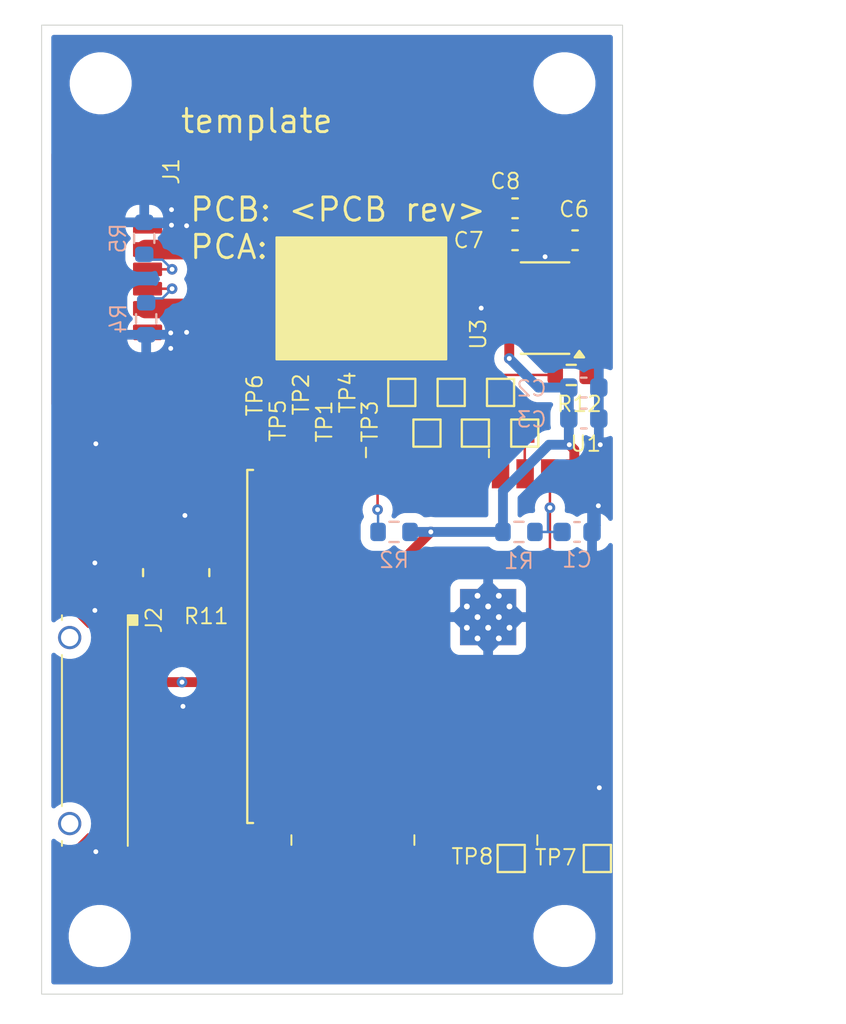
<source format=kicad_pcb>
(kicad_pcb (version 20240108) (generator "pcbnew") (generator_version "8.0")
  (title_block (title "ESP32-C6-DevKitC-1 Servo Hat"))
  (layers (0 "F.Cu" signal) (31 "B.Cu" signal) (34 "B.Paste" user) (35 "F.Paste" user) (36 "B.SilkS" user "B.Silkscreen") (37 "F.SilkS" user "F.Silkscreen") (38 "B.Mask" user) (39 "F.Mask" user) (44 "Edge.Cuts" user))
  (net 0 "")
  (net 1 "Net-(J2-Pin_1)")
  (net 2 "GND")
  (net 3 "Net-(J1-CC1)")
  (net 4 "/J1-Shield")
  (net 6 "/LP_GPIO6")
  (net 7 "/LP_GPIO7")
  (net 8 "Net-(J1-CC2)")
  (net 9 "+5v0")
  (net 10 "+3v3")
  (net 11 "/RXD")
  (net 12 "/ESP_EN")
  (net 13 "/GPIO9")
  (net 14 "/TXD")
  (net 15 "/GPIO21")
  (net 16 "/GPIO12")
  (net 17 "/GPIO15")
  (net 18 "/LP_GPIO0")
  (net 19 "/GPIO10")
  (net 20 "/GPIO11")
  (net 21 "/GPIO20")
  (net 22 "/GPIO22")
  (net 23 "/LP_GPIO1")
  (net 24 "/GPIO23")
  (net 25 "/GPIO18")
  (net 26 "/LP_GPIO5")
  (net 27 "/GPIO13")
  (net 28 "/LP_GPIO2")
  (net 29 "/GPIO8")
  (net 30 "/GPIO19")
  (net 31 "/LP_GPIO3")
  (net 32 "Net-(U3-SSC)")
  (net 33 "Net-(U3-EN)")
  (net 34 "/LP_GPIO4")
  (footprint "HVAC:UJC-HP-G-5-SMT-TR" (layer "F.Cu") (at 25.08 33.1 -90)
    (property "Reference" "J1" (at -5.55 -1.62 90) (layer "F.SilkS") (effects (font (size 0.8 0.8) (thickness 0.1))))
    (property "Value" "USB_C_Receptacle_PowerOnly_24P")
    (pad "A1" smd roundrect (at -2.75 -0.39 270) (size 0.8 1.5) (layers "F.Cu" "F.Paste" "F.Mask") (roundrect_rratio 0.1) (net 2 "GND"))
    (pad "A4" smd roundrect (at -1.52 -0.39 270) (size 0.76 1.5) (layers "F.Cu" "F.Paste" "F.Mask") (roundrect_rratio 0.1) (net 9 "+5v0"))
    (pad "A5" smd roundrect (at -0.5 -0.39 270) (size 0.7 1.5) (layers "F.Cu" "F.Paste" "F.Mask") (roundrect_rratio 0.1) (net 3 "Net-(J1-CC1)"))
    (pad "A9" smd roundrect (at 1.52 -0.39 270) (size 0.76 1.5) (layers "F.Cu" "F.Paste" "F.Mask") (roundrect_rratio 0.1) (net 9 "+5v0"))
    (pad "A12" smd roundrect (at 2.75 -0.39 270) (size 0.8 1.5) (layers "F.Cu" "F.Paste" "F.Mask") (roundrect_rratio 0.1) (net 2 "GND"))
    (pad "B1" smd roundrect (at 2.75 -0.39 270) (size 0.8 1.5) (layers "F.Cu" "F.Paste" "F.Mask") (roundrect_rratio 0.1) (net 2 "GND"))
    (pad "B4" smd roundrect (at 1.52 -0.39 270) (size 0.76 1.5) (layers "F.Cu" "F.Paste" "F.Mask") (roundrect_rratio 0.1) (net 9 "+5v0"))
    (pad "B5" smd roundrect (at 0.5 -0.39 270) (size 0.7 1.5) (layers "F.Cu" "F.Paste" "F.Mask") (roundrect_rratio 0.1) (net 8 "Net-(J1-CC2)"))
    (pad "B9" smd roundrect (at -1.52 -0.39 270) (size 0.76 1.5) (layers "F.Cu" "F.Paste" "F.Mask") (roundrect_rratio 0.1) (net 9 "+5v0"))
    (pad "B12" smd roundrect (at -2.75 -0.39 270) (size 0.8 1.5) (layers "F.Cu" "F.Paste" "F.Mask") (roundrect_rratio 0.1) (net 2 "GND"))
    (pad "S1" smd roundrect (at -5.52 0 270) (size 1.7 1.2) (layers "F.Cu" "F.Paste" "F.Mask") (roundrect_rratio 0.1) (net 4 "/J1-Shield"))
    (pad "S2" smd roundrect (at 5.52 0 270) (size 1.7 1.2) (layers "F.Cu" "F.Paste" "F.Mask") (roundrect_rratio 0.1) (net 4 "/J1-Shield"))
    (pad "S3" smd roundrect (at -5.52 3.6 270) (size 1.7 1.6) (layers "F.Cu" "F.Paste" "F.Mask") (roundrect_rratio 0.1) (net 4 "/J1-Shield"))
    (pad "S4" smd roundrect (at 5.52 3.6 270) (size 1.7 1.6) (layers "F.Cu" "F.Paste" "F.Mask") (roundrect_rratio 0.1) (net 4 "/J1-Shield"))
  )
  (footprint "TestPoint:TestPoint_Pad_1.0x1.0mm" (layer "F.Cu") (at 48.7 63)
    (property "Reference" "TP7" (at -2.15 -0.05 180) (layer "F.SilkS") (effects (font (size 0.8 0.8) (thickness 0.1))))
    (property "Value" "TestPoint")
    (fp_line (start -0.7 -0.7) (end 0.7 -0.7) (stroke (width 0.12)) (layer "F.SilkS"))
    (fp_line (start -0.7 0.7) (end -0.7 -0.7) (stroke (width 0.12)) (layer "F.SilkS"))
    (fp_line (start 0.7 -0.7) (end 0.7 0.7) (stroke (width 0.12)) (layer "F.SilkS"))
    (fp_line (start 0.7 0.7) (end -0.7 0.7) (stroke (width 0.12)) (layer "F.SilkS"))
    (pad "1" smd rect (at 0 0) (size 1 1) (layers "F.Cu" "F.Mask") (net 28 "/LP_GPIO2"))
  )
  (footprint "TestPoint:TestPoint_Pad_1.0x1.0mm" (layer "F.Cu") (at 38.6 38.95)
    (property "Reference" "TP6" (at -7.6 0.15 90) (layer "F.SilkS") (effects (font (size 0.8 0.8) (thickness 0.1))))
    (property "Value" "TestPoint")
    (fp_line (start -0.7 -0.7) (end 0.7 -0.7) (stroke (width 0.12)) (layer "F.SilkS"))
    (fp_line (start -0.7 0.7) (end -0.7 -0.7) (stroke (width 0.12)) (layer "F.SilkS"))
    (fp_line (start 0.7 -0.7) (end 0.7 0.7) (stroke (width 0.12)) (layer "F.SilkS"))
    (fp_line (start 0.7 0.7) (end -0.7 0.7) (stroke (width 0.12)) (layer "F.SilkS"))
    (pad "1" smd rect (at 0 0) (size 1 1) (layers "F.Cu" "F.Mask") (net 23 "/LP_GPIO1"))
  )
  (footprint "HVAC:ESP32-C6-WROOM-1" (layer "F.Cu") (at 43.17 52.05 -90)
    (property "Reference" "U1" (at -10.45 -4.93 0) (layer "F.SilkS") (effects (font (size 0.8 0.8) (thickness 0.1))))
    (property "Value" "ESP32-C6-WROOM-1" (hide yes))
    (fp_line (start -9.1 12.55) (end 9.12 12.55) (stroke (width 0.12)) (layer "F.SilkS"))
    (fp_line (start -9.1 12.25) (end -9.1 12.55) (stroke (width 0.12)) (layer "F.SilkS"))
    (fp_line (start 9.12 12.25) (end 9.12 12.55) (stroke (width 0.12)) (layer "F.SilkS"))
    (pad "1" smd rect (at -8.9 -5.61 270) (size 1.5 0.9) (layers "F.Cu" "F.Paste" "F.Mask") (net 2 "GND"))
    (pad "2" smd rect (at -8.9 -4.34 270) (size 1.5 0.9) (layers "F.Cu" "F.Paste" "F.Mask") (net 10 "+3v3"))
    (pad "3" smd rect (at -8.9 -3.07 270) (size 1.5 0.9) (layers "F.Cu" "F.Paste" "F.Mask") (net 12 "/ESP_EN"))
    (pad "4" smd rect (at -8.9 -1.8 270) (size 1.5 0.9) (layers "F.Cu" "F.Paste" "F.Mask") (net 34 "/LP_GPIO4"))
    (pad "5" smd rect (at -8.9 -0.53 270) (size 1.5 0.9) (layers "F.Cu" "F.Paste" "F.Mask") (net 26 "/LP_GPIO5"))
    (pad "6" smd rect (at -8.9 0.74 270) (size 1.5 0.9) (layers "F.Cu" "F.Paste" "F.Mask") (net 6 "/LP_GPIO6"))
    (pad "7" smd rect (at -8.9 2.01 270) (size 1.5 0.9) (layers "F.Cu" "F.Paste" "F.Mask") (net 7 "/LP_GPIO7"))
    (pad "8" smd rect (at -8.9 3.28 270) (size 1.5 0.9) (layers "F.Cu" "F.Paste" "F.Mask") (net 18 "/LP_GPIO0"))
    (pad "9" smd rect (at -8.9 4.55 270) (size 1.5 0.9) (layers "F.Cu" "F.Paste" "F.Mask") (net 23 "/LP_GPIO1"))
    (pad "10" smd rect (at -8.9 5.82 90) (size 1.5 0.9) (layers "F.Cu" "F.Paste" "F.Mask") (net 29 "/GPIO8"))
    (pad "11" smd rect (at -8.9 7.09 90) (size 1.5 0.9) (layers "F.Cu" "F.Paste" "F.Mask") (net 19 "/GPIO10"))
    (pad "12" smd rect (at -8.9 8.36 90) (size 1.5 0.9) (layers "F.Cu" "F.Paste" "F.Mask") (net 20 "/GPIO11"))
    (pad "13" smd rect (at -8.9 9.63 90) (size 1.5 0.9) (layers "F.Cu" "F.Paste" "F.Mask") (net 16 "/GPIO12"))
    (pad "14" smd rect (at -8.9 10.9 90) (size 1.5 0.9) (layers "F.Cu" "F.Paste" "F.Mask") (net 27 "/GPIO13"))
    (pad "15" smd rect (at 8.9 10.9 90) (size 1.5 0.9) (layers "F.Cu" "F.Paste" "F.Mask") (net 13 "/GPIO9"))
    (pad "16" smd rect (at 8.9 9.63 90) (size 1.5 0.9) (layers "F.Cu" "F.Paste" "F.Mask") (net 25 "/GPIO18"))
    (pad "17" smd rect (at 8.9 8.36 90) (size 1.5 0.9) (layers "F.Cu" "F.Paste" "F.Mask") (net 30 "/GPIO19"))
    (pad "18" smd rect (at 8.9 7.09 90) (size 1.5 0.9) (layers "F.Cu" "F.Paste" "F.Mask") (net 21 "/GPIO20"))
    (pad "19" smd rect (at 8.9 5.82 90) (size 1.5 0.9) (layers "F.Cu" "F.Paste" "F.Mask") (net 15 "/GPIO21"))
    (pad "20" smd rect (at 8.9 4.55 90) (size 1.5 0.9) (layers "F.Cu" "F.Paste" "F.Mask") (net 22 "/GPIO22"))
    (pad "21" smd rect (at 8.9 3.28 90) (size 1.5 0.9) (layers "F.Cu" "F.Paste" "F.Mask") (net 24 "/GPIO23"))
    (pad "22" smd rect (at 8.9 2.01 90) (size 1.5 0.9) (layers "F.Cu" "F.Paste" "F.Mask"))
    (pad "23" smd rect (at 8.9 0.74 90) (size 1.5 0.9) (layers "F.Cu" "F.Paste" "F.Mask") (net 17 "/GPIO15"))
    (pad "24" smd rect (at 8.9 -0.53 270) (size 1.5 0.9) (layers "F.Cu" "F.Paste" "F.Mask") (net 11 "/RXD"))
    (pad "25" smd rect (at 8.9 -1.8 270) (size 1.5 0.9) (layers "F.Cu" "F.Paste" "F.Mask") (net 14 "/TXD"))
    (pad "26" smd rect (at 8.9 -3.07 270) (size 1.5 0.9) (layers "F.Cu" "F.Paste" "F.Mask") (net 31 "/LP_GPIO3"))
    (pad "27" smd rect (at 8.9 -4.34 270) (size 1.5 0.9) (layers "F.Cu" "F.Paste" "F.Mask") (net 28 "/LP_GPIO2"))
    (pad "28" smd rect (at 8.9 -5.61 270) (size 1.5 0.9) (layers "F.Cu" "F.Paste" "F.Mask") (net 2 "GND"))
    (pad "29" thru_hole circle (at -2.605 -0.44 270) (size 0.6 0.6) (drill 0.3) (layers "*.Cu" "*.Mask") (net 2 "GND"))
    (pad "29" thru_hole circle (at -2.605 0.66 270) (size 0.6 0.6) (drill 0.3) (layers "*.Cu" "*.Mask") (net 2 "GND"))
    (pad "29" thru_hole circle (at -2.055 -0.99 270) (size 0.6 0.6) (drill 0.3) (layers "*.Cu" "*.Mask") (net 2 "GND"))
    (pad "29" thru_hole circle (at -2.055 0.11 270) (size 0.6 0.6) (drill 0.3) (layers "*.Cu" "*.Mask") (net 2 "GND"))
    (pad "29" thru_hole circle (at -2.055 1.21 270) (size 0.6 0.6) (drill 0.3) (layers "*.Cu" "*.Mask") (net 2 "GND"))
    (pad "29" thru_hole circle (at -1.505 -0.44 270) (size 0.6 0.6) (drill 0.3) (layers "*.Cu" "*.Mask") (net 2 "GND"))
    (pad "29" smd rect (at -1.505 0.11 270) (size 2.9 2.9) (layers "F.Cu" "F.Mask") (net 2 "GND"))
    (pad "29" smd rect (at -1.505 0.11 270) (size 2.9 2.9) (layers "B.Cu" "B.Mask") (net 2 "GND"))
    (pad "29" thru_hole circle (at -1.505 0.66 270) (size 0.6 0.6) (drill 0.3) (layers "*.Cu" "*.Mask") (net 2 "GND"))
    (pad "29" thru_hole circle (at -0.955 -0.99 270) (size 0.6 0.6) (drill 0.3) (layers "*.Cu" "*.Mask") (net 2 "GND"))
    (pad "29" thru_hole circle (at -0.955 0.11 270) (size 0.6 0.6) (drill 0.3) (layers "*.Cu" "*.Mask") (net 2 "GND"))
    (pad "29" thru_hole circle (at -0.955 1.21 270) (size 0.6 0.6) (drill 0.3) (layers "*.Cu" "*.Mask") (net 2 "GND"))
    (pad "29" thru_hole circle (at -0.405 -0.44 270) (size 0.6 0.6) (drill 0.3) (layers "*.Cu" "*.Mask") (net 2 "GND"))
    (pad "29" thru_hole circle (at -0.405 0.66 270) (size 0.6 0.6) (drill 0.3) (layers "*.Cu" "*.Mask") (net 2 "GND"))
    (zone (net 0) (net_name "") (layers "*.Cu") (connect_pads (clearance 0)) (min_thickness 0.254)
      (keepout (tracks not_allowed) (vias not_allowed) (pads not_allowed) (copperpour not_allowed) (footprints not_allowed))
      (fill (thermal_gap 0.508) (thermal_bridge_width 0.508))
      (polygon (pts (xy 50.27 38.05) (xy 50.27 66.05) (xy 61.27 66.05) (xy 61.27 38.05)))
    )
  )
  (footprint "MountingHole:MountingHole_2.7mm_M2.5" (layer "F.Cu") (at 47 67)
    (property "Reference" "H4" (hide yes))
    (property "Value" "MountingHole")
    (pad "" np_thru_hole circle (at 0 0) (size 2.7 2.7) (drill 2.7) (layers "*.Cu" "*.Mask"))
  )
  (footprint "Resistor_SMD:R_0612_1632Metric" (layer "F.Cu") (at 26.95 48.25 90)
    (property "Reference" "R11" (at -2.25 1.55 0) (layer "F.SilkS") (effects (font (size 0.8 0.8) (thickness 0.1))))
    (property "Value" "100R, 1.5W")
    (fp_line (start -0.182983 -1.71) (end 0.182983 -1.71) (stroke (width 0.12)) (layer "F.SilkS"))
    (fp_line (start -0.182983 1.71) (end 0.182983 1.71) (stroke (width 0.12)) (layer "F.SilkS"))
    (pad "1" smd roundrect (at -0.75 0 90) (size 1 3.4) (layers "F.Cu" "F.Paste" "F.Mask") (net 1 "Net-(J2-Pin_1)"))
    (pad "2" smd roundrect (at 0.75 0 90) (size 1 3.4) (layers "F.Cu" "F.Paste" "F.Mask") (net 9 "+5v0"))
  )
  (footprint "TestPoint:TestPoint_Pad_1.0x1.0mm" (layer "F.Cu") (at 41.15 38.95)
    (property "Reference" "TP2" (at -7.75 0.1 90) (layer "F.SilkS") (effects (font (size 0.8 0.8) (thickness 0.1))))
    (property "Value" "TestPoint")
    (fp_line (start -0.7 -0.7) (end 0.7 -0.7) (stroke (width 0.12)) (layer "F.SilkS"))
    (fp_line (start -0.7 0.7) (end -0.7 -0.7) (stroke (width 0.12)) (layer "F.SilkS"))
    (fp_line (start 0.7 -0.7) (end 0.7 0.7) (stroke (width 0.12)) (layer "F.SilkS"))
    (fp_line (start 0.7 0.7) (end -0.7 0.7) (stroke (width 0.12)) (layer "F.SilkS"))
    (pad "1" smd rect (at 0 0) (size 1 1) (layers "F.Cu" "F.Mask") (net 7 "/LP_GPIO7"))
  )
  (footprint "TestPoint:TestPoint_Pad_1.0x1.0mm" (layer "F.Cu") (at 39.9 41.05)
    (property "Reference" "TP5" (at -7.7 -0.65 90) (layer "F.SilkS") (effects (font (size 0.8 0.8) (thickness 0.1))))
    (property "Value" "TestPoint")
    (fp_line (start -0.7 -0.7) (end 0.7 -0.7) (stroke (width 0.12)) (layer "F.SilkS"))
    (fp_line (start -0.7 0.7) (end -0.7 -0.7) (stroke (width 0.12)) (layer "F.SilkS"))
    (fp_line (start 0.7 -0.7) (end 0.7 0.7) (stroke (width 0.12)) (layer "F.SilkS"))
    (fp_line (start 0.7 0.7) (end -0.7 0.7) (stroke (width 0.12)) (layer "F.SilkS"))
    (pad "1" smd rect (at 0 0) (size 1 1) (layers "F.Cu" "F.Mask") (net 18 "/LP_GPIO0"))
  )
  (footprint "TestPoint:TestPoint_Pad_1.0x1.0mm" (layer "F.Cu") (at 43.7 38.95)
    (property "Reference" "TP4" (at -7.9 0 90) (layer "F.SilkS") (effects (font (size 0.8 0.8) (thickness 0.1))))
    (property "Value" "TestPoint")
    (fp_line (start -0.7 -0.7) (end 0.7 -0.7) (stroke (width 0.12)) (layer "F.SilkS"))
    (fp_line (start -0.7 0.7) (end -0.7 -0.7) (stroke (width 0.12)) (layer "F.SilkS"))
    (fp_line (start 0.7 -0.7) (end 0.7 0.7) (stroke (width 0.12)) (layer "F.SilkS"))
    (fp_line (start 0.7 0.7) (end -0.7 0.7) (stroke (width 0.12)) (layer "F.SilkS"))
    (pad "1" smd rect (at 0 0) (size 1 1) (layers "F.Cu" "F.Mask") (net 26 "/LP_GPIO5"))
  )
  (footprint "TestPoint:TestPoint_Pad_1.0x1.0mm" (layer "F.Cu") (at 44.95 41.05)
    (property "Reference" "TP3" (at -8 -0.6 -90) (layer "F.SilkS") (effects (font (size 0.8 0.8) (thickness 0.1))))
    (property "Value" "TestPoint")
    (fp_line (start -0.7 -0.7) (end 0.7 -0.7) (stroke (width 0.12)) (layer "F.SilkS"))
    (fp_line (start -0.7 0.7) (end -0.7 -0.7) (stroke (width 0.12)) (layer "F.SilkS"))
    (fp_line (start 0.7 -0.7) (end 0.7 0.7) (stroke (width 0.12)) (layer "F.SilkS"))
    (fp_line (start 0.7 0.7) (end -0.7 0.7) (stroke (width 0.12)) (layer "F.SilkS"))
    (pad "1" smd rect (at 0 0) (size 1 1) (layers "F.Cu" "F.Mask") (net 34 "/LP_GPIO4"))
  )
  (footprint "MountingHole:MountingHole_2.7mm_M2.5" (layer "F.Cu") (at 47 23)
    (property "Reference" "H2" (hide yes))
    (property "Value" "MountingHole")
    (pad "" np_thru_hole circle (at 0 0) (size 2.7 2.7) (drill 2.7) (layers "*.Cu" "*.Mask"))
  )
  (footprint "MountingHole:MountingHole_2.7mm_M2.5" (layer "F.Cu") (at 23 67)
    (property "Reference" "H3" (hide yes))
    (property "Value" "MountingHole")
    (pad "" np_thru_hole circle (at 0 0) (size 2.7 2.7) (drill 2.7) (layers "*.Cu" "*.Mask"))
  )
  (footprint "Capacitor_SMD:C_0603_1608Metric" (layer "F.Cu") (at 47.55 31.1 180)
    (property "Reference" "C6" (at 0.05 1.6 0) (layer "F.SilkS") (effects (font (size 0.8 0.8) (thickness 0.1))))
    (property "Value" "DNP")
    (fp_line (start -0.14058 0.51) (end 0.14058 0.51) (stroke (width 0.12)) (layer "F.SilkS"))
    (fp_line (start -0.14058 -0.51) (end 0.14058 -0.51) (stroke (width 0.12)) (layer "F.SilkS"))
    (pad "1" smd roundrect (at -0.775 0 180) (size 0.9 0.95) (layers "F.Cu" "F.Paste" "F.Mask") (net 32 "Net-(U3-SSC)"))
    (pad "2" smd roundrect (at 0.775 0 180) (size 0.9 0.95) (layers "F.Cu" "F.Paste" "F.Mask") (net 2 "GND"))
  )
  (footprint "MountingHole:MountingHole_2.7mm_M2.5" (layer "F.Cu") (at 23.05 23)
    (property "Reference" "H1" (hide yes))
    (property "Value" "MountingHole")
    (pad "" np_thru_hole circle (at 0 0) (size 2.7 2.7) (drill 2.7) (layers "*.Cu" "*.Mask"))
  )
  (footprint "TestPoint:TestPoint_Pad_1.0x1.0mm" (layer "F.Cu") (at 42.4 41.05)
    (property "Reference" "TP1" (at -7.8 -0.6 90) (layer "F.SilkS") (effects (font (size 0.8 0.8) (thickness 0.1))))
    (property "Value" "TestPoint")
    (fp_line (start -0.7 -0.7) (end 0.7 -0.7) (stroke (width 0.12)) (layer "F.SilkS"))
    (fp_line (start -0.7 0.7) (end -0.7 -0.7) (stroke (width 0.12)) (layer "F.SilkS"))
    (fp_line (start 0.7 -0.7) (end 0.7 0.7) (stroke (width 0.12)) (layer "F.SilkS"))
    (fp_line (start 0.7 0.7) (end -0.7 0.7) (stroke (width 0.12)) (layer "F.SilkS"))
    (pad "1" smd rect (at 0 0) (size 1 1) (layers "F.Cu" "F.Mask") (net 6 "/LP_GPIO6"))
  )
  (footprint "Capacitor_SMD:C_0603_1608Metric" (layer "F.Cu") (at 44.45 31.1)
    (property "Reference" "C7" (at -2.4 0 0) (layer "F.SilkS") (effects (font (size 0.8 0.8) (thickness 0.1))))
    (property "Value" "10u")
    (fp_line (start -0.14058 -0.51) (end 0.14058 -0.51) (stroke (width 0.12)) (layer "F.SilkS"))
    (fp_line (start -0.14058 0.51) (end 0.14058 0.51) (stroke (width 0.12)) (layer "F.SilkS"))
    (pad "1" smd roundrect (at -0.775 0) (size 0.9 0.95) (layers "F.Cu" "F.Paste" "F.Mask") (net 9 "+5v0"))
    (pad "2" smd roundrect (at 0.775 0) (size 0.9 0.95) (layers "F.Cu" "F.Paste" "F.Mask") (net 2 "GND"))
  )
  (footprint "HVAC:SOT-89-5" (layer "F.Cu") (at 46 34.6 180)
    (property "Reference" "U3" (at 3.45 -1.35 -90) (layer "F.SilkS") (effects (font (size 0.8 0.8) (thickness 0.1))))
    (property "Value" "S-13A1C33-U5T1U3")
    (fp_line (start 1.25 2.36) (end -1.25 2.36) (stroke (width 0.12)) (layer "F.SilkS"))
    (fp_line (start -1.25 -2.36) (end 1.25 -2.36) (stroke (width 0.12)) (layer "F.SilkS"))
    (fp_poly (pts (xy -1.77 -2.21) (xy -2.01 -2.54) (xy -1.53 -2.54) (xy -1.77 -2.21)) (stroke (width 0.12)) (fill solid) (layer "F.SilkS"))
    (pad "1" smd roundrect (at -1.85 -1.5 180) (size 1.5 0.7) (layers "F.Cu" "F.Paste" "F.Mask") (net 33 "Net-(U3-EN)"))
    (pad "2" smd custom (at 0 0 180) (size 0.8 2) (layers "F.Cu" "F.Paste" "F.Mask") (net 2 "GND") (options (clearance outline) (anchor rect)) (primitives (gr_poly (pts (xy 0.9 -0.5) (xy 2.6 -0.5) (xy 2.6 0.5) (xy 0.9 0.5) (xy 0.4 1) (xy -0.4 1) (xy -0.9 0.5) (xy -2.6 0.5) (xy -2.6 -0.5) (xy -0.9 -0.5) (xy -0.4 -1) (xy 0.4 -1)) (width 0) (fill yes))))
    (pad "3" smd roundrect (at -1.85 1.5 180) (size 1.5 0.7) (layers "F.Cu" "F.Paste" "F.Mask") (net 32 "Net-(U3-SSC)"))
    (pad "4" smd roundrect (at 1.85 1.5 180) (size 1.5 0.7) (layers "F.Cu" "F.Paste" "F.Mask") (net 9 "+5v0"))
    (pad "5" smd roundrect (at 1.85 -1.5 180) (size 1.5 0.7) (layers "F.Cu" "F.Paste" "F.Mask") (net 10 "+3v3"))
  )
  (footprint "TestPoint:TestPoint_Pad_1.0x1.0mm" (layer "F.Cu") (at 44.25 63)
    (property "Reference" "TP8" (at -2 -0.1 0) (layer "F.SilkS") (effects (font (size 0.8 0.8) (thickness 0.1))))
    (property "Value" "TestPoint")
    (fp_line (start -0.7 -0.7) (end 0.7 -0.7) (stroke (width 0.12)) (layer "F.SilkS"))
    (fp_line (start -0.7 0.7) (end -0.7 -0.7) (stroke (width 0.12)) (layer "F.SilkS"))
    (fp_line (start 0.7 -0.7) (end 0.7 0.7) (stroke (width 0.12)) (layer "F.SilkS"))
    (fp_line (start 0.7 0.7) (end -0.7 0.7) (stroke (width 0.12)) (layer "F.SilkS"))
    (pad "1" smd rect (at 0 0) (size 1 1) (layers "F.Cu" "F.Mask") (net 31 "/LP_GPIO3"))
  )
  (footprint "Resistor_SMD:R_0603_1608Metric" (layer "F.Cu") (at 47.35 38.05)
    (property "Reference" "R12" (at 0.425 1.5 0) (layer "F.SilkS") (effects (font (size 0.8 0.8) (thickness 0.1))))
    (property "Value" "5K1")
    (fp_line (start -0.237258 -0.5225) (end 0.237258 -0.5225) (stroke (width 0.12)) (layer "F.SilkS"))
    (fp_line (start -0.237258 0.5225) (end 0.237258 0.5225) (stroke (width 0.12)) (layer "F.SilkS"))
    (pad "1" smd roundrect (at -0.825 0) (size 0.8 0.95) (layers "F.Cu" "F.Paste" "F.Mask") (net 9 "+5v0"))
    (pad "2" smd roundrect (at 0.825 0) (size 0.8 0.95) (layers "F.Cu" "F.Paste" "F.Mask") (net 33 "Net-(U3-EN)"))
  )
  (footprint "Capacitor_SMD:C_0603_1608Metric" (layer "F.Cu") (at 44.45 29.45)
    (property "Reference" "C8" (at -0.5 -1.4 0) (layer "F.SilkS") (effects (font (size 0.8 0.8) (thickness 0.1))))
    (property "Value" "DNP")
    (fp_line (start -0.14058 -0.51) (end 0.14058 -0.51) (stroke (width 0.12)) (layer "F.SilkS"))
    (fp_line (start -0.14058 0.51) (end 0.14058 0.51) (stroke (width 0.12)) (layer "F.SilkS"))
    (pad "1" smd roundrect (at -0.775 0) (size 0.9 0.95) (layers "F.Cu" "F.Paste" "F.Mask") (net 9 "+5v0"))
    (pad "2" smd roundrect (at 0.775 0) (size 0.9 0.95) (layers "F.Cu" "F.Paste" "F.Mask") (net 2 "GND"))
  )
  (footprint "HVAC:Hirose_DF13-7P-1.25V" (layer "F.Cu") (at 22.75 56.4 -90)
    (property "Reference" "J2" (at -5.7 -3.05 90) (layer "F.SilkS") (effects (font (size 0.8 0.8) (thickness 0.1))))
    (property "Value" "~")
    (fp_line (start -5.95 1.7) (end -5.7 1.7) (stroke (width 0.1)) (layer "F.SilkS"))
    (fp_line (start -3.9 1.7) (end 3.9 1.7) (stroke (width 0.1)) (layer "F.SilkS"))
    (fp_line (start 5.7 1.7) (end 5.95 1.7) (stroke (width 0.1)) (layer "F.SilkS"))
    (fp_line (start -5.95 -1.7) (end 5.95 -1.7) (stroke (width 0.1)) (layer "F.SilkS"))
    (fp_rect (start -5.95 -2.2) (end -5.45 -1.7) (stroke (width 0.1)) (fill solid) (layer "F.SilkS"))
    (pad "" thru_hole circle (at -4.8 1.3 270) (size 1.2 1.2) (drill 0.9) (layers "*.Cu" "*.Mask"))
    (pad "" thru_hole circle (at 4.8 1.3 270) (size 1.2 1.2) (drill 0.9) (layers "*.Cu" "*.Mask"))
    (pad "1" smd roundrect (at -3.75 -2.8 270) (size 0.7 1.8) (layers "F.Cu" "F.Paste" "F.Mask") (roundrect_rratio 0.05) (net 1 "Net-(J2-Pin_1)"))
    (pad "2" smd roundrect (at -2.5 -2.8 270) (size 0.7 1.8) (layers "F.Cu" "F.Paste" "F.Mask") (roundrect_rratio 0.05) (net 10 "+3v3"))
    (pad "3" smd roundrect (at -1.25 -2.8 270) (size 0.7 1.8) (layers "F.Cu" "F.Paste" "F.Mask") (roundrect_rratio 0.05) (net 2 "GND"))
    (pad "4" smd roundrect (at 0.05 -2.8 270) (size 0.7 1.8) (layers "F.Cu" "F.Paste" "F.Mask") (roundrect_rratio 0.05) (net 12 "/ESP_EN"))
    (pad "5" smd roundrect (at 1.25 -2.8 270) (size 0.7 1.8) (layers "F.Cu" "F.Paste" "F.Mask") (roundrect_rratio 0.05) (net 14 "/TXD"))
    (pad "6" smd roundrect (at 2.5 -2.8 270) (size 0.7 1.8) (layers "F.Cu" "F.Paste" "F.Mask") (roundrect_rratio 0.05) (net 11 "/RXD"))
    (pad "7" smd roundrect (at 3.75 -2.8 270) (size 0.7 1.8) (layers "F.Cu" "F.Paste" "F.Mask") (roundrect_rratio 0.05) (net 13 "/GPIO9"))
    (pad "M" smd roundrect (at -6.2 0 270) (size 1.8 2.2) (layers "F.Cu" "F.Paste" "F.Mask") (roundrect_rratio 0) (chamfer_ratio 0.4) (chamfer bottom_right) (net 2 "GND"))
    (pad "M" smd roundrect (at 6.2 0 270) (size 1.8 2.2) (layers "F.Cu" "F.Paste" "F.Mask") (roundrect_rratio 0) (chamfer_ratio 0.4) (chamfer bottom_left) (net 2 "GND"))
  )
  (footprint "Resistor_SMD:R_0603_1608Metric" (layer "B.Cu") (at 25.3 31 90)
    (property "Reference" "R5" (at 0 -1.35 90) (layer "B.SilkS") (effects (font (size 0.8 0.8) (thickness 0.1)) (justify mirror)))
    (property "Value" "5K1")
    (fp_line (start 0.237258 -0.5225) (end -0.237258 -0.5225) (stroke (width 0.12)) (layer "B.SilkS"))
    (fp_line (start 0.237258 0.5225) (end -0.237258 0.5225) (stroke (width 0.12)) (layer "B.SilkS"))
    (pad "1" smd roundrect (at -0.825 0 90) (size 0.8 0.95) (layers "B.Cu" "B.Paste" "B.Mask") (net 3 "Net-(J1-CC1)"))
    (pad "2" smd roundrect (at 0.825 0 90) (size 0.8 0.95) (layers "B.Cu" "B.Paste" "B.Mask") (net 2 "GND"))
  )
  (footprint "Resistor_SMD:R_0603_1608Metric" (layer "B.Cu") (at 44.65 46.15)
    (property "Reference" "R1" (at 0 1.5 0) (layer "B.SilkS") (effects (font (size 0.8 0.8) (thickness 0.1)) (justify mirror)))
    (property "Value" "5K1")
    (fp_line (start 0.237258 -0.5225) (end -0.237258 -0.5225) (stroke (width 0.12)) (layer "B.SilkS"))
    (fp_line (start 0.237258 0.5225) (end -0.237258 0.5225) (stroke (width 0.12)) (layer "B.SilkS"))
    (pad "1" smd roundrect (at -0.825 0) (size 0.8 0.95) (layers "B.Cu" "B.Paste" "B.Mask") (net 10 "+3v3"))
    (pad "2" smd roundrect (at 0.825 0) (size 0.8 0.95) (layers "B.Cu" "B.Paste" "B.Mask") (net 12 "/ESP_EN"))
  )
  (footprint "Resistor_SMD:R_0603_1608Metric" (layer "B.Cu") (at 38.2 46.15 180)
    (property "Reference" "R2" (at 0 -1.45 0) (layer "B.SilkS") (effects (font (size 0.8 0.8) (thickness 0.1)) (justify mirror)))
    (property "Value" "47K5")
    (fp_line (start 0.237258 0.5225) (end -0.237258 0.5225) (stroke (width 0.12)) (layer "B.SilkS"))
    (fp_line (start 0.237258 -0.5225) (end -0.237258 -0.5225) (stroke (width 0.12)) (layer "B.SilkS"))
    (pad "1" smd roundrect (at -0.825 0 180) (size 0.8 0.95) (layers "B.Cu" "B.Paste" "B.Mask") (net 10 "+3v3"))
    (pad "2" smd roundrect (at 0.825 0 180) (size 0.8 0.95) (layers "B.Cu" "B.Paste" "B.Mask") (net 29 "/GPIO8"))
  )
  (footprint "Resistor_SMD:R_0603_1608Metric" (layer "B.Cu") (at 25.4 35.15 -90)
    (property "Reference" "R4" (at 0 1.43 90) (layer "B.SilkS") (effects (font (size 0.8 0.8) (thickness 0.1)) (justify mirror)))
    (property "Value" "5K1")
    (fp_line (start 0.237258 0.5225) (end -0.237258 0.5225) (stroke (width 0.12)) (layer "B.SilkS"))
    (fp_line (start 0.237258 -0.5225) (end -0.237258 -0.5225) (stroke (width 0.12)) (layer "B.SilkS"))
    (pad "1" smd roundrect (at -0.825 0 270) (size 0.8 0.95) (layers "B.Cu" "B.Paste" "B.Mask") (net 8 "Net-(J1-CC2)"))
    (pad "2" smd roundrect (at 0.825 0 270) (size 0.8 0.95) (layers "B.Cu" "B.Paste" "B.Mask") (net 2 "GND"))
  )
  (footprint "Capacitor_SMD:C_0603_1608Metric" (layer "B.Cu") (at 48 38.7)
    (property "Reference" "C2" (at -2.7 0.05 0) (layer "B.SilkS") (effects (font (size 0.8 0.8) (thickness 0.1)) (justify mirror)))
    (property "Value" "10u")
    (fp_line (start 0.14058 -0.51) (end -0.14058 -0.51) (stroke (width 0.12)) (layer "B.SilkS"))
    (fp_line (start 0.14058 0.51) (end -0.14058 0.51) (stroke (width 0.12)) (layer "B.SilkS"))
    (pad "1" smd roundrect (at -0.775 0) (size 0.9 0.95) (layers "B.Cu" "B.Paste" "B.Mask") (net 10 "+3v3"))
    (pad "2" smd roundrect (at 0.775 0) (size 0.9 0.95) (layers "B.Cu" "B.Paste" "B.Mask") (net 2 "GND"))
  )
  (footprint "Capacitor_SMD:C_0603_1608Metric" (layer "B.Cu") (at 48 40.3)
    (property "Reference" "C3" (at -2.7 0.05 0) (layer "B.SilkS") (effects (font (size 0.8 0.8) (thickness 0.1)) (justify mirror)))
    (property "Value" "0.1u")
    (fp_line (start 0.14058 -0.51) (end -0.14058 -0.51) (stroke (width 0.12)) (layer "B.SilkS"))
    (fp_line (start 0.14058 0.51) (end -0.14058 0.51) (stroke (width 0.12)) (layer "B.SilkS"))
    (pad "1" smd roundrect (at -0.775 0) (size 0.9 0.95) (layers "B.Cu" "B.Paste" "B.Mask") (net 10 "+3v3"))
    (pad "2" smd roundrect (at 0.775 0) (size 0.9 0.95) (layers "B.Cu" "B.Paste" "B.Mask") (net 2 "GND"))
  )
  (footprint "Capacitor_SMD:C_0603_1608Metric" (layer "B.Cu") (at 47.65 46.15)
    (property "Reference" "C1" (at 0 1.43 0) (layer "B.SilkS") (effects (font (size 0.8 0.8) (thickness 0.1)) (justify mirror)))
    (property "Value" "1u")
    (fp_line (start 0.14058 -0.51) (end -0.14058 -0.51) (stroke (width 0.12)) (layer "B.SilkS"))
    (fp_line (start 0.14058 0.51) (end -0.14058 0.51) (stroke (width 0.12)) (layer "B.SilkS"))
    (pad "1" smd roundrect (at -0.775 0) (size 0.9 0.95) (layers "B.Cu" "B.Paste" "B.Mask") (net 12 "/ESP_EN"))
    (pad "2" smd roundrect (at 0.775 0) (size 0.9 0.95) (layers "B.Cu" "B.Paste" "B.Mask") (net 2 "GND"))
  )
  (gr_rect (start 32.125 30.95) (end 40.9 37.25) (stroke (width 0.1)) (fill solid) (layer "F.SilkS"))
  (gr_line (start 32.9 61.8) (end 32.9 62.3) (stroke (width 0.1)) (layer "F.SilkS"))
  (gr_line (start 43.1 42.3) (end 43.1 41.9) (stroke (width 0.1)) (layer "F.SilkS"))
  (gr_line (start 45.6 61.8) (end 45.6 62.3) (stroke (width 0.1)) (layer "F.SilkS"))
  (gr_line (start 39.25 61.8) (end 39.25 62.3) (stroke (width 0.1)) (layer "F.SilkS"))
  (gr_line (start 36.75 42.3) (end 36.75 41.8) (stroke (width 0.1)) (layer "F.SilkS"))
  (gr_rect (start 20 20) (end 50 70) (stroke (width 0.05)) (fill none) (layer "Edge.Cuts"))
  (gr_text "template" (at 27.1 25.65 0) (layer "F.SilkS") (effects (font (size 1.2 1.2)) (justify left bottom)))
  (gr_text "PCB: <PCB rev>\nPCA: " (at 27.575 32.15 0) (layer "F.SilkS") (effects (font (size 1.2 1.2)) (justify left bottom)))
  (segment (start 26.95 52.65) (end 26.95 49) (width 0.508) (layer "F.Cu") (net 1))
  (segment (start 25.55 52.65) (end 26.95 52.65) (width 0.508) (layer "F.Cu") (net 1))
  (segment (start 25.37 30.35) (end 26.6875 30.35) (width 0.254) (layer "F.Cu") (net 2))
  (segment (start 26.7075 30.32) (end 26.7075 29.52) (width 0.254) (layer "F.Cu") (net 2))
  (segment (start 46 34.6) (end 42.7 34.6) (width 0.508) (layer "F.Cu") (net 2))
  (segment (start 46 31.1) (end 46.775 31.1) (width 0.254) (layer "F.Cu") (net 2))
  (segment (start 26.6875 30.35) (end 27.4875 30.35) (width 0.254) (layer "F.Cu") (net 2))
  (segment (start 25.37 35.85) (end 26.6875 35.85) (width 0.254) (layer "F.Cu") (net 2))
  (segment (start 25.575 45.275) (end 27.375 45.275) (width 0.254) (layer "F.Cu") (net 2))
  (segment (start 48.78 60.95) (end 48.78 59.37) (width 0.254) (layer "F.Cu") (net 2))
  (segment (start 26.7375 30.35) (end 26.7075 30.32) (width 0.254) (layer "F.Cu") (net 2))
  (segment (start 26.6875 35.85) (end 27.4875 35.85) (width 0.254) (layer "F.Cu") (net 2))
  (segment (start 46 34.6) (end 46 31.1) (width 0.254) (layer "F.Cu") (net 2))
  (segment (start 48.78 43.15) (end 48.78 41.72) (width 0.254) (layer "F.Cu") (net 2))
  (segment (start 48.78 41.72) (end 48.85 41.65) (width 0.254) (layer "F.Cu") (net 2))
  (segment (start 45.225 29.45) (end 45.225 31.1) (width 0.254) (layer "F.Cu") (net 2))
  (segment (start 48.78 44.77) (end 48.75 44.8) (width 0.254) (layer "F.Cu") (net 2))
  (segment (start 45.225 31.1) (end 46 31.1) (width 0.254) (layer "F.Cu") (net 2))
  (segment (start 25.55 55.15) (end 27.3 55.15) (width 0.254) (layer "F.Cu") (net 2))
  (segment (start 48.78 43.15) (end 48.78 44.77) (width 0.254) (layer "F.Cu") (net 2))
  (segment (start 26.6675 35.88) (end 26.6675 36.68) (width 0.254) (layer "F.Cu") (net 2))
  (segment (start 48.78 59.37) (end 48.8 59.35) (width 0.254) (layer "F.Cu") (net 2))
  (segment (start 27.375 45.275) (end 27.4 45.3) (width 0.254) (layer "F.Cu") (net 2))
  (segment (start 26.6375 35.85) (end 26.6675 35.88) (width 0.254) (layer "F.Cu") (net 2))
  (via (at 27.4 45.3) (size 0.55) (drill 0.25) (layers "F.Cu" "B.Cu") (net 2))
  (via (at 48.85 41.65) (size 0.55) (drill 0.25) (layers "F.Cu" "B.Cu") (net 2))
  (via (at 27.3 55.15) (size 0.55) (drill 0.25) (layers "F.Cu" "B.Cu") (net 2))
  (via (at 22.8 41.6) (size 0.55) (drill 0.25) (layers "F.Cu" "B.Cu") (net 2))
  (via (at 46 31.95) (size 0.55) (drill 0.25) (layers "F.Cu" "B.Cu") (net 2))
  (via (at 42.7 34.6) (size 0.55) (drill 0.25) (layers "F.Cu" "B.Cu") (net 2))
  (via (at 22.75 47.75) (size 0.55) (drill 0.25) (layers "F.Cu" "B.Cu") (net 2))
  (via (at 48.75 44.8) (size 0.55) (drill 0.25) (layers "F.Cu" "B.Cu") (net 2))
  (via (at 26.7075 29.52) (size 0.55) (drill 0.25) (layers "F.Cu" "B.Cu") (net 2))
  (via (at 26.7075 30.32) (size 0.55) (drill 0.25) (layers "F.Cu" "B.Cu") (net 2))
  (via (at 22.75 50.2) (size 0.55) (drill 0.25) (layers "F.Cu" "B.Cu") (net 2))
  (via (at 22.8 62.65) (size 0.55) (drill 0.25) (layers "F.Cu" "B.Cu") (net 2))
  (via (at 27.4875 30.35) (size 0.55) (drill 0.25) (layers "F.Cu" "B.Cu") (net 2))
  (via (at 27.4875 35.85) (size 0.55) (drill 0.25) (layers "F.Cu" "B.Cu") (net 2))
  (via (at 26.6675 35.88) (size 0.55) (drill 0.25) (layers "F.Cu" "B.Cu") (net 2))
  (via (at 26.6675 36.68) (size 0.55) (drill 0.25) (layers "F.Cu" "B.Cu") (net 2))
  (via (at 48.8 59.35) (size 0.55) (drill 0.25) (layers "F.Cu" "B.Cu") (net 2))
  (segment (start 25.5875 35.85) (end 25.3375 36.1) (width 0.254) (layer "B.Cu") (net 2))
  (segment (start 26.6875 35.85) (end 25.5875 35.85) (width 0.254) (layer "B.Cu") (net 2))
  (segment (start 48.75 45.825) (end 48.425 46.15) (width 0.254) (layer "B.Cu") (net 2))
  (segment (start 26.6875 30.35) (end 25.5875 30.35) (width 0.254) (layer "B.Cu") (net 2))
  (segment (start 48.775 38.7) (end 48.775 41.575) (width 0.254) (layer "B.Cu") (net 2))
  (segment (start 25.5875 30.35) (end 25.3375 30.1) (width 0.254) (layer "B.Cu") (net 2))
  (segment (start 48.75 44.8) (end 48.75 45.825) (width 0.254) (layer "B.Cu") (net 2))
  (segment (start 26.7375 32.6) (end 25.37 32.6) (width 0.127) (layer "F.Cu") (net 3))
  (via (at 26.7375 32.6) (size 0.55) (drill 0.25) (layers "F.Cu" "B.Cu") (net 3))
  (segment (start 26.2375 32.1) (end 25.3375 32.1) (width 0.127) (layer "B.Cu") (net 3))
  (segment (start 26.7375 32.6) (end 26.2375 32.1) (width 0.127) (layer "B.Cu") (net 3))
  (segment (start 42.43 42.13) (end 42.43 43.15) (width 0.127) (layer "F.Cu") (net 6))
  (segment (start 42.43 42.13) (end 42.4 42.1) (width 0.127) (layer "F.Cu") (net 6))
  (segment (start 42.4 42.1) (end 42.4 41.05) (width 0.127) (layer "F.Cu") (net 6))
  (segment (start 41.15 40.44) (end 41.15 38.95) (width 0.127) (layer "F.Cu") (net 7))
  (segment (start 41.16 40.45) (end 41.15 40.44) (width 0.127) (layer "F.Cu") (net 7))
  (segment (start 41.16 40.45) (end 41.16 43.15) (width 0.127) (layer "F.Cu") (net 7))
  (segment (start 26.7375 33.6) (end 25.37 33.6) (width 0.127) (layer "F.Cu") (net 8))
  (via (at 26.7375 33.6) (size 0.55) (drill 0.25) (layers "F.Cu" "B.Cu") (net 8))
  (segment (start 26.2375 34.1) (end 25.3375 34.1) (width 0.127) (layer "B.Cu") (net 8))
  (segment (start 26.7375 33.6) (end 26.2375 34.1) (width 0.127) (layer "B.Cu") (net 8))
  (segment (start 43.2 38.05) (end 41.75 36.6) (width 0.127) (layer "F.Cu") (net 9))
  (segment (start 41.75 36.6) (end 41.75 34.25) (width 0.127) (layer "F.Cu") (net 9))
  (segment (start 28.52 31.58) (end 29 31.1) (width 1.016) (layer "F.Cu") (net 9))
  (segment (start 28.5075 42.7925) (end 28.5075 44) (width 1.016) (layer "F.Cu") (net 9))
  (segment (start 43.675 29.45) (end 43.675 32.625) (width 1.016) (layer "F.Cu") (net 9))
  (segment (start 25.37 34.62) (end 28.5075 34.62) (width 1.016) (layer "F.Cu") (net 9))
  (segment (start 43.675 32.625) (end 44.15 33.1) (width 0.508) (layer "F.Cu") (net 9))
  (segment (start 25.575 44.025) (end 28.4825 44.025) (width 1.016) (layer "F.Cu") (net 9))
  (segment (start 43.375 32.625) (end 43.675 32.625) (width 0.127) (layer "F.Cu") (net 9))
  (segment (start 41.75 34.25) (end 43.375 32.625) (width 0.127) (layer "F.Cu") (net 9))
  (segment (start 28.5075 31.58) (end 28.52 31.58) (width 1.016) (layer "F.Cu") (net 9))
  (segment (start 28.4825 44.025) (end 28.5075 44) (width 1.016) (layer "F.Cu") (net 9))
  (segment (start 28.5075 44) (end 28.5 44.0075) (width 1.016) (layer "F.Cu") (net 9))
  (segment (start 28.5 44.0075) (end 28.5 47.5) (width 1.016) (layer "F.Cu") (net 9))
  (segment (start 29 31.1) (end 43.675 31.1) (width 1.016) (layer "F.Cu") (net 9))
  (segment (start 46.525 38.05) (end 43.2 38.05) (width 0.127) (layer "F.Cu") (net 9))
  (segment (start 28.5075 42.7925) (end 28.5075 31.58) (width 1.016) (layer "F.Cu") (net 9))
  (segment (start 25.37 31.58) (end 28.5075 31.58) (width 1.016) (layer "F.Cu") (net 9))
  (segment (start 44.15 36.1) (end 44.15 37.2) (width 0.508) (layer "F.Cu") (net 10))
  (segment (start 25.55 53.9) (end 27.25 53.9) (width 0.508) (layer "F.Cu") (net 10))
  (segment (start 47.51 43.15) (end 47.51 41.91) (width 0.508) (layer "F.Cu") (net 10))
  (segment (start 32.35 53.9) (end 40.1 46.15) (width 0.508) (layer "F.Cu") (net 10))
  (segment (start 47.51 41.91) (end 47.25 41.65) (width 0.508) (layer "F.Cu") (net 10))
  (segment (start 30.55 53.9) (end 32.35 53.9) (width 0.508) (layer "F.Cu") (net 10))
  (segment (start 27.25 53.9) (end 30.55 53.9) (width 0.508) (layer "F.Cu") (net 10))
  (via (at 47.25 41.65) (size 0.55) (drill 0.25) (layers "F.Cu" "B.Cu") (net 10))
  (via (at 40.1 46.15) (size 0.55) (drill 0.25) (layers "F.Cu" "B.Cu") (net 10))
  (via (at 44.15 37.2) (size 0.55) (drill 0.25) (layers "F.Cu" "B.Cu") (net 10))
  (via (at 27.25 53.9) (size 0.55) (drill 0.25) (layers "F.Cu" "B.Cu") (net 10))
  (segment (start 39.025 46.15) (end 40.1 46.15) (width 0.508) (layer "B.Cu") (net 10))
  (segment (start 47.225 38.7) (end 45.65 38.7) (width 0.508) (layer "B.Cu") (net 10))
  (segment (start 43.825 46.15) (end 43.825 44.025) (width 0.508) (layer "B.Cu") (net 10))
  (segment (start 47.225 38.7) (end 47.225 41.625) (width 0.508) (layer "B.Cu") (net 10))
  (segment (start 46.2 41.65) (end 47.2 41.65) (width 0.508) (layer "B.Cu") (net 10))
  (segment (start 43.825 44.025) (end 46.2 41.65) (width 0.508) (layer "B.Cu") (net 10))
  (segment (start 45.65 38.7) (end 44.15 37.2) (width 0.508) (layer "B.Cu") (net 10))
  (segment (start 40.1 46.15) (end 43.825 46.15) (width 0.508) (layer "B.Cu") (net 10))
  (segment (start 25.55 58.9) (end 31.4 58.9) (width 0.127) (layer "F.Cu") (net 11))
  (segment (start 43.7 59.95) (end 43.7 60.95) (width 0.127) (layer "F.Cu") (net 11))
  (segment (start 43.2 59.45) (end 43.7 59.95) (width 0.127) (layer "F.Cu") (net 11))
  (segment (start 31.4 58.9) (end 31.875 59.375) (width 0.127) (layer "F.Cu") (net 11))
  (segment (start 31.875 59.375) (end 31.95 59.45) (width 0.127) (layer "F.Cu") (net 11))
  (segment (start 31.95 59.45) (end 43.2 59.45) (width 0.127) (layer "F.Cu") (net 11))
  (segment (start 46.25 55.3) (end 46.25 44.9) (width 0.127) (layer "F.Cu") (net 12))
  (segment (start 25.55 56.45) (end 25.6 56.5) (width 0.127) (layer "F.Cu") (net 12))
  (segment (start 46.25 44.9) (end 46.25 43.16) (width 0.127) (layer "F.Cu") (net 12))
  (segment (start 32.275 57.475) (end 32.8 58) (width 0.127) (layer "F.Cu") (net 12))
  (segment (start 31.3 56.5) (end 32.275 57.475) (width 0.127) (layer "F.Cu") (net 12))
  (segment (start 43.55 58) (end 46.25 55.3) (width 0.127) (layer "F.Cu") (net 12))
  (segment (start 32.8 58) (end 43.55 58) (width 0.127) (layer "F.Cu") (net 12))
  (segment (start 46.25 43.16) (end 46.24 43.15) (width 0.127) (layer "F.Cu") (net 12))
  (segment (start 25.6 56.5) (end 31.3 56.5) (width 0.127) (layer "F.Cu") (net 12))
  (via (at 46.25 44.9) (size 0.55) (drill 0.25) (layers "F.Cu" "B.Cu") (net 12))
  (segment (start 46.15 46.15) (end 45.475 46.15) (width 0.127) (layer "B.Cu") (net 12))
  (segment (start 46.15 45) (end 46.25 44.9) (width 0.127) (layer "B.Cu") (net 12))
  (segment (start 46.875 46.15) (end 46.15 46.15) (width 0.127) (layer "B.Cu") (net 12))
  (segment (start 46.15 46.15) (end 46.15 45) (width 0.127) (layer "B.Cu") (net 12))
  (segment (start 30.72 59.4) (end 30.91 59.59) (width 0.127) (layer "F.Cu") (net 13))
  (segment (start 25.55 60.15) (end 28.95 60.15) (width 0.127) (layer "F.Cu") (net 13))
  (segment (start 30.91 59.59) (end 32.27 60.95) (width 0.127) (layer "F.Cu") (net 13))
  (segment (start 29.7 59.4) (end 30.72 59.4) (width 0.127) (layer "F.Cu") (net 13))
  (segment (start 28.95 60.15) (end 29.7 59.4) (width 0.127) (layer "F.Cu") (net 13))
  (segment (start 44.97 60.27) (end 44.97 60.95) (width 0.127) (layer "F.Cu") (net 14))
  (segment (start 43.4 58.7) (end 44.97 60.27) (width 0.127) (layer "F.Cu") (net 14))
  (segment (start 32.3 58.7) (end 43.4 58.7) (width 0.127) (layer "F.Cu") (net 14))
  (segment (start 25.55 57.65) (end 31.25 57.65) (width 0.127) (layer "F.Cu") (net 14))
  (segment (start 31.25 57.65) (end 32.075 58.475) (width 0.127) (layer "F.Cu") (net 14))
  (segment (start 32.075 58.475) (end 32.3 58.7) (width 0.127) (layer "F.Cu") (net 14))
  (segment (start 39.9 42.1) (end 39.9 41.05) (width 0.127) (layer "F.Cu") (net 18))
  (segment (start 39.9 42.1) (end 39.89 42.11) (width 0.127) (layer "F.Cu") (net 18))
  (segment (start 39.89 42.11) (end 39.89 43.15) (width 0.127) (layer "F.Cu") (net 18))
  (segment (start 38.6 43.13) (end 38.62 43.15) (width 0.127) (layer "F.Cu") (net 23))
  (segment (start 38.62 43.07) (end 38.6 43.05) (width 0.127) (layer "F.Cu") (net 23))
  (segment (start 38.6 38.95) (end 38.6 43.13) (width 0.127) (layer "F.Cu") (net 23))
  (segment (start 38.62 43.15) (end 38.62 43.07) (width 0.127) (layer "F.Cu") (net 23))
  (segment (start 43.7 38.95) (end 43.7 43.15) (width 0.127) (layer "F.Cu") (net 26))
  (segment (start 47.51 62.56) (end 47.95 63) (width 0.127) (layer "F.Cu") (net 28))
  (segment (start 47.51 60.95) (end 47.51 62.14) (width 0.127) (layer "F.Cu") (net 28))
  (segment (start 47.51 62.14) (end 47.51 62.56) (width 0.127) (layer "F.Cu") (net 28))
  (segment (start 47.95 63) (end 48.7 63) (width 0.127) (layer "F.Cu") (net 28))
  (segment (start 37.35 43.15) (end 37.35 45) (width 0.127) (layer "F.Cu") (net 29))
  (via (at 37.35 45) (size 0.55) (drill 0.25) (layers "F.Cu" "B.Cu") (net 29))
  (segment (start 37.375 46.15) (end 37.375 45.025) (width 0.127) (layer "B.Cu") (net 29))
  (segment (start 37.375 45.025) (end 37.35 45) (width 0.127) (layer "B.Cu") (net 29))
  (segment (start 46.24 60.95) (end 46.24 61.91) (width 0.127) (layer "F.Cu") (net 31))
  (segment (start 45.15 63) (end 44.25 63) (width 0.127) (layer "F.Cu") (net 31))
  (segment (start 46.24 61.91) (end 45.15 63) (width 0.127) (layer "F.Cu") (net 31))
  (segment (start 48.325 32.625) (end 47.85 33.1) (width 0.127) (layer "F.Cu") (net 32))
  (segment (start 48.325 31.1) (end 48.325 32.625) (width 0.127) (layer "F.Cu") (net 32))
  (segment (start 48.175 37.225) (end 47.85 36.9) (width 0.127) (layer "F.Cu") (net 33))
  (segment (start 48.175 38.05) (end 48.175 37.225) (width 0.127) (layer "F.Cu") (net 33))
  (segment (start 47.85 36.9) (end 47.85 36.1) (width 0.127) (layer "F.Cu") (net 33))
  (segment (start 44.95 41.05) (end 44.95 43.13) (width 0.127) (layer "F.Cu") (net 34))
  (segment (start 44.95 43.13) (end 44.97 43.15) (width 0.127) (layer "F.Cu") (net 34))
  (zone (net 4) (net_name "/J1-Shield") (layer "F.Cu") (priority 1) (connect_pads yes (clearance 0.5)) (min_thickness 0.25) (fill yes (thermal_gap 0.5) (thermal_bridge_width 0.5))
    (polygon (pts (xy 20.5 26.55) (xy 25.85 26.55) (xy 25.9 29.2) (xy 24.2 29.2) (xy 24.2 36.95) (xy 25.85 36.95) (xy 25.85 39.65) (xy 20.5 39.65)))
  )
  (zone (net 2) (net_name "GND") (layer "B.Cu") (connect_pads (clearance 0.5)) (min_thickness 0.25) (fill yes (thermal_gap 0.5) (thermal_bridge_width 0.5))
    (polygon (pts (xy 20 70) (xy 50 70) (xy 50 20) (xy 20 20)))
  )
)
</source>
